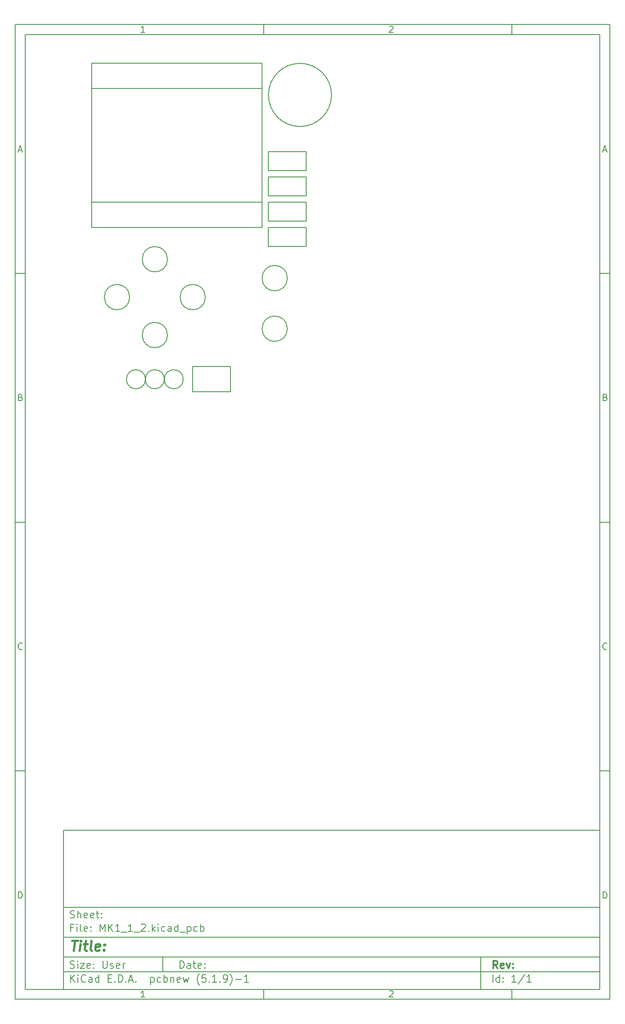
<source format=gbr>
%TF.GenerationSoftware,KiCad,Pcbnew,(5.1.9)-1*%
%TF.CreationDate,2021-07-03T12:37:55-04:00*%
%TF.ProjectId,MK1_1_2,4d4b315f-315f-4322-9e6b-696361645f70,rev?*%
%TF.SameCoordinates,Original*%
%TF.FileFunction,OtherDrawing,Comment*%
%FSLAX45Y45*%
G04 Gerber Fmt 4.5, Leading zero omitted, Abs format (unit mm)*
G04 Created by KiCad (PCBNEW (5.1.9)-1) date 2021-07-03 12:37:55*
%MOMM*%
%LPD*%
G01*
G04 APERTURE LIST*
%ADD10C,0.127000*%
%ADD11C,0.150000*%
%ADD12C,0.300000*%
%ADD13C,0.400000*%
G04 APERTURE END LIST*
D10*
D11*
X1970000Y-17190000D02*
X1970000Y-20390000D01*
X12770000Y-20390000D01*
X12770000Y-17190000D01*
X1970000Y-17190000D01*
D10*
D11*
X1000000Y-1000000D02*
X1000000Y-20590000D01*
X12970000Y-20590000D01*
X12970000Y-1000000D01*
X1000000Y-1000000D01*
D10*
D11*
X1200000Y-1200000D02*
X1200000Y-20390000D01*
X12770000Y-20390000D01*
X12770000Y-1200000D01*
X1200000Y-1200000D01*
D10*
D11*
X6000000Y-1200000D02*
X6000000Y-1000000D01*
D10*
D11*
X11000000Y-1200000D02*
X11000000Y-1000000D01*
D10*
D11*
X3606548Y-1158810D02*
X3532262Y-1158810D01*
X3569405Y-1158810D02*
X3569405Y-1028809D01*
X3557024Y-1047381D01*
X3544643Y-1059762D01*
X3532262Y-1065952D01*
D10*
D11*
X8532262Y-1041190D02*
X8538452Y-1035000D01*
X8550833Y-1028809D01*
X8581786Y-1028809D01*
X8594167Y-1035000D01*
X8600357Y-1041190D01*
X8606548Y-1053571D01*
X8606548Y-1065952D01*
X8600357Y-1084524D01*
X8526071Y-1158810D01*
X8606548Y-1158810D01*
D10*
D11*
X6000000Y-20390000D02*
X6000000Y-20590000D01*
D10*
D11*
X11000000Y-20390000D02*
X11000000Y-20590000D01*
D10*
D11*
X3606548Y-20548810D02*
X3532262Y-20548810D01*
X3569405Y-20548810D02*
X3569405Y-20418810D01*
X3557024Y-20437381D01*
X3544643Y-20449762D01*
X3532262Y-20455952D01*
D10*
D11*
X8532262Y-20431190D02*
X8538452Y-20425000D01*
X8550833Y-20418810D01*
X8581786Y-20418810D01*
X8594167Y-20425000D01*
X8600357Y-20431190D01*
X8606548Y-20443571D01*
X8606548Y-20455952D01*
X8600357Y-20474524D01*
X8526071Y-20548810D01*
X8606548Y-20548810D01*
D10*
D11*
X1000000Y-6000000D02*
X1200000Y-6000000D01*
D10*
D11*
X1000000Y-11000000D02*
X1200000Y-11000000D01*
D10*
D11*
X1000000Y-16000000D02*
X1200000Y-16000000D01*
D10*
D11*
X1069048Y-3521667D02*
X1130952Y-3521667D01*
X1056667Y-3558809D02*
X1100000Y-3428809D01*
X1143333Y-3558809D01*
D10*
D11*
X1109286Y-8490714D02*
X1127857Y-8496905D01*
X1134048Y-8503095D01*
X1140238Y-8515476D01*
X1140238Y-8534048D01*
X1134048Y-8546429D01*
X1127857Y-8552619D01*
X1115476Y-8558810D01*
X1065952Y-8558810D01*
X1065952Y-8428810D01*
X1109286Y-8428810D01*
X1121667Y-8435000D01*
X1127857Y-8441190D01*
X1134048Y-8453571D01*
X1134048Y-8465952D01*
X1127857Y-8478333D01*
X1121667Y-8484524D01*
X1109286Y-8490714D01*
X1065952Y-8490714D01*
D10*
D11*
X1140238Y-13546428D02*
X1134048Y-13552619D01*
X1115476Y-13558809D01*
X1103095Y-13558809D01*
X1084524Y-13552619D01*
X1072143Y-13540238D01*
X1065952Y-13527857D01*
X1059762Y-13503095D01*
X1059762Y-13484524D01*
X1065952Y-13459762D01*
X1072143Y-13447381D01*
X1084524Y-13435000D01*
X1103095Y-13428809D01*
X1115476Y-13428809D01*
X1134048Y-13435000D01*
X1140238Y-13441190D01*
D10*
D11*
X1065952Y-18558810D02*
X1065952Y-18428810D01*
X1096905Y-18428810D01*
X1115476Y-18435000D01*
X1127857Y-18447381D01*
X1134048Y-18459762D01*
X1140238Y-18484524D01*
X1140238Y-18503095D01*
X1134048Y-18527857D01*
X1127857Y-18540238D01*
X1115476Y-18552619D01*
X1096905Y-18558810D01*
X1065952Y-18558810D01*
D10*
D11*
X12970000Y-6000000D02*
X12770000Y-6000000D01*
D10*
D11*
X12970000Y-11000000D02*
X12770000Y-11000000D01*
D10*
D11*
X12970000Y-16000000D02*
X12770000Y-16000000D01*
D10*
D11*
X12839048Y-3521667D02*
X12900952Y-3521667D01*
X12826667Y-3558809D02*
X12870000Y-3428809D01*
X12913333Y-3558809D01*
D10*
D11*
X12879286Y-8490714D02*
X12897857Y-8496905D01*
X12904048Y-8503095D01*
X12910238Y-8515476D01*
X12910238Y-8534048D01*
X12904048Y-8546429D01*
X12897857Y-8552619D01*
X12885476Y-8558810D01*
X12835952Y-8558810D01*
X12835952Y-8428810D01*
X12879286Y-8428810D01*
X12891667Y-8435000D01*
X12897857Y-8441190D01*
X12904048Y-8453571D01*
X12904048Y-8465952D01*
X12897857Y-8478333D01*
X12891667Y-8484524D01*
X12879286Y-8490714D01*
X12835952Y-8490714D01*
D10*
D11*
X12910238Y-13546428D02*
X12904048Y-13552619D01*
X12885476Y-13558809D01*
X12873095Y-13558809D01*
X12854524Y-13552619D01*
X12842143Y-13540238D01*
X12835952Y-13527857D01*
X12829762Y-13503095D01*
X12829762Y-13484524D01*
X12835952Y-13459762D01*
X12842143Y-13447381D01*
X12854524Y-13435000D01*
X12873095Y-13428809D01*
X12885476Y-13428809D01*
X12904048Y-13435000D01*
X12910238Y-13441190D01*
D10*
D11*
X12835952Y-18558810D02*
X12835952Y-18428810D01*
X12866905Y-18428810D01*
X12885476Y-18435000D01*
X12897857Y-18447381D01*
X12904048Y-18459762D01*
X12910238Y-18484524D01*
X12910238Y-18503095D01*
X12904048Y-18527857D01*
X12897857Y-18540238D01*
X12885476Y-18552619D01*
X12866905Y-18558810D01*
X12835952Y-18558810D01*
D10*
D11*
X4313214Y-19967857D02*
X4313214Y-19817857D01*
X4348929Y-19817857D01*
X4370357Y-19825000D01*
X4384643Y-19839286D01*
X4391786Y-19853571D01*
X4398929Y-19882143D01*
X4398929Y-19903571D01*
X4391786Y-19932143D01*
X4384643Y-19946429D01*
X4370357Y-19960714D01*
X4348929Y-19967857D01*
X4313214Y-19967857D01*
X4527500Y-19967857D02*
X4527500Y-19889286D01*
X4520357Y-19875000D01*
X4506071Y-19867857D01*
X4477500Y-19867857D01*
X4463214Y-19875000D01*
X4527500Y-19960714D02*
X4513214Y-19967857D01*
X4477500Y-19967857D01*
X4463214Y-19960714D01*
X4456071Y-19946429D01*
X4456071Y-19932143D01*
X4463214Y-19917857D01*
X4477500Y-19910714D01*
X4513214Y-19910714D01*
X4527500Y-19903571D01*
X4577500Y-19867857D02*
X4634643Y-19867857D01*
X4598929Y-19817857D02*
X4598929Y-19946429D01*
X4606071Y-19960714D01*
X4620357Y-19967857D01*
X4634643Y-19967857D01*
X4741786Y-19960714D02*
X4727500Y-19967857D01*
X4698929Y-19967857D01*
X4684643Y-19960714D01*
X4677500Y-19946429D01*
X4677500Y-19889286D01*
X4684643Y-19875000D01*
X4698929Y-19867857D01*
X4727500Y-19867857D01*
X4741786Y-19875000D01*
X4748929Y-19889286D01*
X4748929Y-19903571D01*
X4677500Y-19917857D01*
X4813214Y-19953571D02*
X4820357Y-19960714D01*
X4813214Y-19967857D01*
X4806071Y-19960714D01*
X4813214Y-19953571D01*
X4813214Y-19967857D01*
X4813214Y-19875000D02*
X4820357Y-19882143D01*
X4813214Y-19889286D01*
X4806071Y-19882143D01*
X4813214Y-19875000D01*
X4813214Y-19889286D01*
D10*
D11*
X1970000Y-20040000D02*
X12770000Y-20040000D01*
D10*
D11*
X2113214Y-20247857D02*
X2113214Y-20097857D01*
X2198929Y-20247857D02*
X2134643Y-20162143D01*
X2198929Y-20097857D02*
X2113214Y-20183571D01*
X2263214Y-20247857D02*
X2263214Y-20147857D01*
X2263214Y-20097857D02*
X2256071Y-20105000D01*
X2263214Y-20112143D01*
X2270357Y-20105000D01*
X2263214Y-20097857D01*
X2263214Y-20112143D01*
X2420357Y-20233571D02*
X2413214Y-20240714D01*
X2391786Y-20247857D01*
X2377500Y-20247857D01*
X2356071Y-20240714D01*
X2341786Y-20226429D01*
X2334643Y-20212143D01*
X2327500Y-20183571D01*
X2327500Y-20162143D01*
X2334643Y-20133571D01*
X2341786Y-20119286D01*
X2356071Y-20105000D01*
X2377500Y-20097857D01*
X2391786Y-20097857D01*
X2413214Y-20105000D01*
X2420357Y-20112143D01*
X2548929Y-20247857D02*
X2548929Y-20169286D01*
X2541786Y-20155000D01*
X2527500Y-20147857D01*
X2498929Y-20147857D01*
X2484643Y-20155000D01*
X2548929Y-20240714D02*
X2534643Y-20247857D01*
X2498929Y-20247857D01*
X2484643Y-20240714D01*
X2477500Y-20226429D01*
X2477500Y-20212143D01*
X2484643Y-20197857D01*
X2498929Y-20190714D01*
X2534643Y-20190714D01*
X2548929Y-20183571D01*
X2684643Y-20247857D02*
X2684643Y-20097857D01*
X2684643Y-20240714D02*
X2670357Y-20247857D01*
X2641786Y-20247857D01*
X2627500Y-20240714D01*
X2620357Y-20233571D01*
X2613214Y-20219286D01*
X2613214Y-20176429D01*
X2620357Y-20162143D01*
X2627500Y-20155000D01*
X2641786Y-20147857D01*
X2670357Y-20147857D01*
X2684643Y-20155000D01*
X2870357Y-20169286D02*
X2920357Y-20169286D01*
X2941786Y-20247857D02*
X2870357Y-20247857D01*
X2870357Y-20097857D01*
X2941786Y-20097857D01*
X3006071Y-20233571D02*
X3013214Y-20240714D01*
X3006071Y-20247857D01*
X2998928Y-20240714D01*
X3006071Y-20233571D01*
X3006071Y-20247857D01*
X3077500Y-20247857D02*
X3077500Y-20097857D01*
X3113214Y-20097857D01*
X3134643Y-20105000D01*
X3148928Y-20119286D01*
X3156071Y-20133571D01*
X3163214Y-20162143D01*
X3163214Y-20183571D01*
X3156071Y-20212143D01*
X3148928Y-20226429D01*
X3134643Y-20240714D01*
X3113214Y-20247857D01*
X3077500Y-20247857D01*
X3227500Y-20233571D02*
X3234643Y-20240714D01*
X3227500Y-20247857D01*
X3220357Y-20240714D01*
X3227500Y-20233571D01*
X3227500Y-20247857D01*
X3291786Y-20205000D02*
X3363214Y-20205000D01*
X3277500Y-20247857D02*
X3327500Y-20097857D01*
X3377500Y-20247857D01*
X3427500Y-20233571D02*
X3434643Y-20240714D01*
X3427500Y-20247857D01*
X3420357Y-20240714D01*
X3427500Y-20233571D01*
X3427500Y-20247857D01*
X3727500Y-20147857D02*
X3727500Y-20297857D01*
X3727500Y-20155000D02*
X3741786Y-20147857D01*
X3770357Y-20147857D01*
X3784643Y-20155000D01*
X3791786Y-20162143D01*
X3798928Y-20176429D01*
X3798928Y-20219286D01*
X3791786Y-20233571D01*
X3784643Y-20240714D01*
X3770357Y-20247857D01*
X3741786Y-20247857D01*
X3727500Y-20240714D01*
X3927500Y-20240714D02*
X3913214Y-20247857D01*
X3884643Y-20247857D01*
X3870357Y-20240714D01*
X3863214Y-20233571D01*
X3856071Y-20219286D01*
X3856071Y-20176429D01*
X3863214Y-20162143D01*
X3870357Y-20155000D01*
X3884643Y-20147857D01*
X3913214Y-20147857D01*
X3927500Y-20155000D01*
X3991786Y-20247857D02*
X3991786Y-20097857D01*
X3991786Y-20155000D02*
X4006071Y-20147857D01*
X4034643Y-20147857D01*
X4048928Y-20155000D01*
X4056071Y-20162143D01*
X4063214Y-20176429D01*
X4063214Y-20219286D01*
X4056071Y-20233571D01*
X4048928Y-20240714D01*
X4034643Y-20247857D01*
X4006071Y-20247857D01*
X3991786Y-20240714D01*
X4127500Y-20147857D02*
X4127500Y-20247857D01*
X4127500Y-20162143D02*
X4134643Y-20155000D01*
X4148928Y-20147857D01*
X4170357Y-20147857D01*
X4184643Y-20155000D01*
X4191786Y-20169286D01*
X4191786Y-20247857D01*
X4320357Y-20240714D02*
X4306071Y-20247857D01*
X4277500Y-20247857D01*
X4263214Y-20240714D01*
X4256071Y-20226429D01*
X4256071Y-20169286D01*
X4263214Y-20155000D01*
X4277500Y-20147857D01*
X4306071Y-20147857D01*
X4320357Y-20155000D01*
X4327500Y-20169286D01*
X4327500Y-20183571D01*
X4256071Y-20197857D01*
X4377500Y-20147857D02*
X4406071Y-20247857D01*
X4434643Y-20176429D01*
X4463214Y-20247857D01*
X4491786Y-20147857D01*
X4706071Y-20305000D02*
X4698929Y-20297857D01*
X4684643Y-20276429D01*
X4677500Y-20262143D01*
X4670357Y-20240714D01*
X4663214Y-20205000D01*
X4663214Y-20176429D01*
X4670357Y-20140714D01*
X4677500Y-20119286D01*
X4684643Y-20105000D01*
X4698929Y-20083571D01*
X4706071Y-20076429D01*
X4834643Y-20097857D02*
X4763214Y-20097857D01*
X4756071Y-20169286D01*
X4763214Y-20162143D01*
X4777500Y-20155000D01*
X4813214Y-20155000D01*
X4827500Y-20162143D01*
X4834643Y-20169286D01*
X4841786Y-20183571D01*
X4841786Y-20219286D01*
X4834643Y-20233571D01*
X4827500Y-20240714D01*
X4813214Y-20247857D01*
X4777500Y-20247857D01*
X4763214Y-20240714D01*
X4756071Y-20233571D01*
X4906071Y-20233571D02*
X4913214Y-20240714D01*
X4906071Y-20247857D01*
X4898929Y-20240714D01*
X4906071Y-20233571D01*
X4906071Y-20247857D01*
X5056071Y-20247857D02*
X4970357Y-20247857D01*
X5013214Y-20247857D02*
X5013214Y-20097857D01*
X4998929Y-20119286D01*
X4984643Y-20133571D01*
X4970357Y-20140714D01*
X5120357Y-20233571D02*
X5127500Y-20240714D01*
X5120357Y-20247857D01*
X5113214Y-20240714D01*
X5120357Y-20233571D01*
X5120357Y-20247857D01*
X5198929Y-20247857D02*
X5227500Y-20247857D01*
X5241786Y-20240714D01*
X5248929Y-20233571D01*
X5263214Y-20212143D01*
X5270357Y-20183571D01*
X5270357Y-20126429D01*
X5263214Y-20112143D01*
X5256071Y-20105000D01*
X5241786Y-20097857D01*
X5213214Y-20097857D01*
X5198929Y-20105000D01*
X5191786Y-20112143D01*
X5184643Y-20126429D01*
X5184643Y-20162143D01*
X5191786Y-20176429D01*
X5198929Y-20183571D01*
X5213214Y-20190714D01*
X5241786Y-20190714D01*
X5256071Y-20183571D01*
X5263214Y-20176429D01*
X5270357Y-20162143D01*
X5320357Y-20305000D02*
X5327500Y-20297857D01*
X5341786Y-20276429D01*
X5348929Y-20262143D01*
X5356071Y-20240714D01*
X5363214Y-20205000D01*
X5363214Y-20176429D01*
X5356071Y-20140714D01*
X5348929Y-20119286D01*
X5341786Y-20105000D01*
X5327500Y-20083571D01*
X5320357Y-20076429D01*
X5434643Y-20190714D02*
X5548929Y-20190714D01*
X5698928Y-20247857D02*
X5613214Y-20247857D01*
X5656071Y-20247857D02*
X5656071Y-20097857D01*
X5641786Y-20119286D01*
X5627500Y-20133571D01*
X5613214Y-20140714D01*
D10*
D11*
X1970000Y-19740000D02*
X12770000Y-19740000D01*
D10*
D12*
X10710929Y-19967857D02*
X10660929Y-19896429D01*
X10625214Y-19967857D02*
X10625214Y-19817857D01*
X10682357Y-19817857D01*
X10696643Y-19825000D01*
X10703786Y-19832143D01*
X10710929Y-19846429D01*
X10710929Y-19867857D01*
X10703786Y-19882143D01*
X10696643Y-19889286D01*
X10682357Y-19896429D01*
X10625214Y-19896429D01*
X10832357Y-19960714D02*
X10818071Y-19967857D01*
X10789500Y-19967857D01*
X10775214Y-19960714D01*
X10768071Y-19946429D01*
X10768071Y-19889286D01*
X10775214Y-19875000D01*
X10789500Y-19867857D01*
X10818071Y-19867857D01*
X10832357Y-19875000D01*
X10839500Y-19889286D01*
X10839500Y-19903571D01*
X10768071Y-19917857D01*
X10889500Y-19867857D02*
X10925214Y-19967857D01*
X10960929Y-19867857D01*
X11018071Y-19953571D02*
X11025214Y-19960714D01*
X11018071Y-19967857D01*
X11010929Y-19960714D01*
X11018071Y-19953571D01*
X11018071Y-19967857D01*
X11018071Y-19875000D02*
X11025214Y-19882143D01*
X11018071Y-19889286D01*
X11010929Y-19882143D01*
X11018071Y-19875000D01*
X11018071Y-19889286D01*
D10*
D11*
X2106071Y-19960714D02*
X2127500Y-19967857D01*
X2163214Y-19967857D01*
X2177500Y-19960714D01*
X2184643Y-19953571D01*
X2191786Y-19939286D01*
X2191786Y-19925000D01*
X2184643Y-19910714D01*
X2177500Y-19903571D01*
X2163214Y-19896429D01*
X2134643Y-19889286D01*
X2120357Y-19882143D01*
X2113214Y-19875000D01*
X2106071Y-19860714D01*
X2106071Y-19846429D01*
X2113214Y-19832143D01*
X2120357Y-19825000D01*
X2134643Y-19817857D01*
X2170357Y-19817857D01*
X2191786Y-19825000D01*
X2256071Y-19967857D02*
X2256071Y-19867857D01*
X2256071Y-19817857D02*
X2248929Y-19825000D01*
X2256071Y-19832143D01*
X2263214Y-19825000D01*
X2256071Y-19817857D01*
X2256071Y-19832143D01*
X2313214Y-19867857D02*
X2391786Y-19867857D01*
X2313214Y-19967857D01*
X2391786Y-19967857D01*
X2506071Y-19960714D02*
X2491786Y-19967857D01*
X2463214Y-19967857D01*
X2448929Y-19960714D01*
X2441786Y-19946429D01*
X2441786Y-19889286D01*
X2448929Y-19875000D01*
X2463214Y-19867857D01*
X2491786Y-19867857D01*
X2506071Y-19875000D01*
X2513214Y-19889286D01*
X2513214Y-19903571D01*
X2441786Y-19917857D01*
X2577500Y-19953571D02*
X2584643Y-19960714D01*
X2577500Y-19967857D01*
X2570357Y-19960714D01*
X2577500Y-19953571D01*
X2577500Y-19967857D01*
X2577500Y-19875000D02*
X2584643Y-19882143D01*
X2577500Y-19889286D01*
X2570357Y-19882143D01*
X2577500Y-19875000D01*
X2577500Y-19889286D01*
X2763214Y-19817857D02*
X2763214Y-19939286D01*
X2770357Y-19953571D01*
X2777500Y-19960714D01*
X2791786Y-19967857D01*
X2820357Y-19967857D01*
X2834643Y-19960714D01*
X2841786Y-19953571D01*
X2848928Y-19939286D01*
X2848928Y-19817857D01*
X2913214Y-19960714D02*
X2927500Y-19967857D01*
X2956071Y-19967857D01*
X2970357Y-19960714D01*
X2977500Y-19946429D01*
X2977500Y-19939286D01*
X2970357Y-19925000D01*
X2956071Y-19917857D01*
X2934643Y-19917857D01*
X2920357Y-19910714D01*
X2913214Y-19896429D01*
X2913214Y-19889286D01*
X2920357Y-19875000D01*
X2934643Y-19867857D01*
X2956071Y-19867857D01*
X2970357Y-19875000D01*
X3098928Y-19960714D02*
X3084643Y-19967857D01*
X3056071Y-19967857D01*
X3041786Y-19960714D01*
X3034643Y-19946429D01*
X3034643Y-19889286D01*
X3041786Y-19875000D01*
X3056071Y-19867857D01*
X3084643Y-19867857D01*
X3098928Y-19875000D01*
X3106071Y-19889286D01*
X3106071Y-19903571D01*
X3034643Y-19917857D01*
X3170357Y-19967857D02*
X3170357Y-19867857D01*
X3170357Y-19896429D02*
X3177500Y-19882143D01*
X3184643Y-19875000D01*
X3198928Y-19867857D01*
X3213214Y-19867857D01*
D10*
D11*
X10613214Y-20247857D02*
X10613214Y-20097857D01*
X10748929Y-20247857D02*
X10748929Y-20097857D01*
X10748929Y-20240714D02*
X10734643Y-20247857D01*
X10706071Y-20247857D01*
X10691786Y-20240714D01*
X10684643Y-20233571D01*
X10677500Y-20219286D01*
X10677500Y-20176429D01*
X10684643Y-20162143D01*
X10691786Y-20155000D01*
X10706071Y-20147857D01*
X10734643Y-20147857D01*
X10748929Y-20155000D01*
X10820357Y-20233571D02*
X10827500Y-20240714D01*
X10820357Y-20247857D01*
X10813214Y-20240714D01*
X10820357Y-20233571D01*
X10820357Y-20247857D01*
X10820357Y-20155000D02*
X10827500Y-20162143D01*
X10820357Y-20169286D01*
X10813214Y-20162143D01*
X10820357Y-20155000D01*
X10820357Y-20169286D01*
X11084643Y-20247857D02*
X10998929Y-20247857D01*
X11041786Y-20247857D02*
X11041786Y-20097857D01*
X11027500Y-20119286D01*
X11013214Y-20133571D01*
X10998929Y-20140714D01*
X11256071Y-20090714D02*
X11127500Y-20283571D01*
X11384643Y-20247857D02*
X11298928Y-20247857D01*
X11341786Y-20247857D02*
X11341786Y-20097857D01*
X11327500Y-20119286D01*
X11313214Y-20133571D01*
X11298928Y-20140714D01*
D10*
D11*
X1970000Y-19340000D02*
X12770000Y-19340000D01*
D10*
D13*
X2141238Y-19410476D02*
X2255524Y-19410476D01*
X2173381Y-19610476D02*
X2198381Y-19410476D01*
X2297190Y-19610476D02*
X2313857Y-19477143D01*
X2322190Y-19410476D02*
X2311476Y-19420000D01*
X2319810Y-19429524D01*
X2330524Y-19420000D01*
X2322190Y-19410476D01*
X2319810Y-19429524D01*
X2380524Y-19477143D02*
X2456714Y-19477143D01*
X2417429Y-19410476D02*
X2396000Y-19581905D01*
X2403143Y-19600952D01*
X2421000Y-19610476D01*
X2440048Y-19610476D01*
X2535286Y-19610476D02*
X2517429Y-19600952D01*
X2510286Y-19581905D01*
X2531714Y-19410476D01*
X2688857Y-19600952D02*
X2668619Y-19610476D01*
X2630524Y-19610476D01*
X2612667Y-19600952D01*
X2605524Y-19581905D01*
X2615048Y-19505714D01*
X2626952Y-19486667D01*
X2647190Y-19477143D01*
X2685286Y-19477143D01*
X2703143Y-19486667D01*
X2710286Y-19505714D01*
X2707905Y-19524762D01*
X2610286Y-19543810D01*
X2785286Y-19591429D02*
X2793619Y-19600952D01*
X2782905Y-19610476D01*
X2774571Y-19600952D01*
X2785286Y-19591429D01*
X2782905Y-19610476D01*
X2798381Y-19486667D02*
X2806714Y-19496190D01*
X2796000Y-19505714D01*
X2787667Y-19496190D01*
X2798381Y-19486667D01*
X2796000Y-19505714D01*
D10*
D11*
X2163214Y-19149286D02*
X2113214Y-19149286D01*
X2113214Y-19227857D02*
X2113214Y-19077857D01*
X2184643Y-19077857D01*
X2241786Y-19227857D02*
X2241786Y-19127857D01*
X2241786Y-19077857D02*
X2234643Y-19085000D01*
X2241786Y-19092143D01*
X2248929Y-19085000D01*
X2241786Y-19077857D01*
X2241786Y-19092143D01*
X2334643Y-19227857D02*
X2320357Y-19220714D01*
X2313214Y-19206429D01*
X2313214Y-19077857D01*
X2448929Y-19220714D02*
X2434643Y-19227857D01*
X2406071Y-19227857D01*
X2391786Y-19220714D01*
X2384643Y-19206429D01*
X2384643Y-19149286D01*
X2391786Y-19135000D01*
X2406071Y-19127857D01*
X2434643Y-19127857D01*
X2448929Y-19135000D01*
X2456071Y-19149286D01*
X2456071Y-19163571D01*
X2384643Y-19177857D01*
X2520357Y-19213571D02*
X2527500Y-19220714D01*
X2520357Y-19227857D01*
X2513214Y-19220714D01*
X2520357Y-19213571D01*
X2520357Y-19227857D01*
X2520357Y-19135000D02*
X2527500Y-19142143D01*
X2520357Y-19149286D01*
X2513214Y-19142143D01*
X2520357Y-19135000D01*
X2520357Y-19149286D01*
X2706071Y-19227857D02*
X2706071Y-19077857D01*
X2756071Y-19185000D01*
X2806071Y-19077857D01*
X2806071Y-19227857D01*
X2877500Y-19227857D02*
X2877500Y-19077857D01*
X2963214Y-19227857D02*
X2898928Y-19142143D01*
X2963214Y-19077857D02*
X2877500Y-19163571D01*
X3106071Y-19227857D02*
X3020357Y-19227857D01*
X3063214Y-19227857D02*
X3063214Y-19077857D01*
X3048928Y-19099286D01*
X3034643Y-19113571D01*
X3020357Y-19120714D01*
X3134643Y-19242143D02*
X3248928Y-19242143D01*
X3363214Y-19227857D02*
X3277500Y-19227857D01*
X3320357Y-19227857D02*
X3320357Y-19077857D01*
X3306071Y-19099286D01*
X3291786Y-19113571D01*
X3277500Y-19120714D01*
X3391786Y-19242143D02*
X3506071Y-19242143D01*
X3534643Y-19092143D02*
X3541786Y-19085000D01*
X3556071Y-19077857D01*
X3591786Y-19077857D01*
X3606071Y-19085000D01*
X3613214Y-19092143D01*
X3620357Y-19106429D01*
X3620357Y-19120714D01*
X3613214Y-19142143D01*
X3527500Y-19227857D01*
X3620357Y-19227857D01*
X3684643Y-19213571D02*
X3691786Y-19220714D01*
X3684643Y-19227857D01*
X3677500Y-19220714D01*
X3684643Y-19213571D01*
X3684643Y-19227857D01*
X3756071Y-19227857D02*
X3756071Y-19077857D01*
X3770357Y-19170714D02*
X3813214Y-19227857D01*
X3813214Y-19127857D02*
X3756071Y-19185000D01*
X3877500Y-19227857D02*
X3877500Y-19127857D01*
X3877500Y-19077857D02*
X3870357Y-19085000D01*
X3877500Y-19092143D01*
X3884643Y-19085000D01*
X3877500Y-19077857D01*
X3877500Y-19092143D01*
X4013214Y-19220714D02*
X3998928Y-19227857D01*
X3970357Y-19227857D01*
X3956071Y-19220714D01*
X3948928Y-19213571D01*
X3941786Y-19199286D01*
X3941786Y-19156429D01*
X3948928Y-19142143D01*
X3956071Y-19135000D01*
X3970357Y-19127857D01*
X3998928Y-19127857D01*
X4013214Y-19135000D01*
X4141786Y-19227857D02*
X4141786Y-19149286D01*
X4134643Y-19135000D01*
X4120357Y-19127857D01*
X4091786Y-19127857D01*
X4077500Y-19135000D01*
X4141786Y-19220714D02*
X4127500Y-19227857D01*
X4091786Y-19227857D01*
X4077500Y-19220714D01*
X4070357Y-19206429D01*
X4070357Y-19192143D01*
X4077500Y-19177857D01*
X4091786Y-19170714D01*
X4127500Y-19170714D01*
X4141786Y-19163571D01*
X4277500Y-19227857D02*
X4277500Y-19077857D01*
X4277500Y-19220714D02*
X4263214Y-19227857D01*
X4234643Y-19227857D01*
X4220357Y-19220714D01*
X4213214Y-19213571D01*
X4206071Y-19199286D01*
X4206071Y-19156429D01*
X4213214Y-19142143D01*
X4220357Y-19135000D01*
X4234643Y-19127857D01*
X4263214Y-19127857D01*
X4277500Y-19135000D01*
X4313214Y-19242143D02*
X4427500Y-19242143D01*
X4463214Y-19127857D02*
X4463214Y-19277857D01*
X4463214Y-19135000D02*
X4477500Y-19127857D01*
X4506071Y-19127857D01*
X4520357Y-19135000D01*
X4527500Y-19142143D01*
X4534643Y-19156429D01*
X4534643Y-19199286D01*
X4527500Y-19213571D01*
X4520357Y-19220714D01*
X4506071Y-19227857D01*
X4477500Y-19227857D01*
X4463214Y-19220714D01*
X4663214Y-19220714D02*
X4648929Y-19227857D01*
X4620357Y-19227857D01*
X4606071Y-19220714D01*
X4598929Y-19213571D01*
X4591786Y-19199286D01*
X4591786Y-19156429D01*
X4598929Y-19142143D01*
X4606071Y-19135000D01*
X4620357Y-19127857D01*
X4648929Y-19127857D01*
X4663214Y-19135000D01*
X4727500Y-19227857D02*
X4727500Y-19077857D01*
X4727500Y-19135000D02*
X4741786Y-19127857D01*
X4770357Y-19127857D01*
X4784643Y-19135000D01*
X4791786Y-19142143D01*
X4798929Y-19156429D01*
X4798929Y-19199286D01*
X4791786Y-19213571D01*
X4784643Y-19220714D01*
X4770357Y-19227857D01*
X4741786Y-19227857D01*
X4727500Y-19220714D01*
D10*
D11*
X1970000Y-18740000D02*
X12770000Y-18740000D01*
D10*
D11*
X2106071Y-18950714D02*
X2127500Y-18957857D01*
X2163214Y-18957857D01*
X2177500Y-18950714D01*
X2184643Y-18943571D01*
X2191786Y-18929286D01*
X2191786Y-18915000D01*
X2184643Y-18900714D01*
X2177500Y-18893571D01*
X2163214Y-18886429D01*
X2134643Y-18879286D01*
X2120357Y-18872143D01*
X2113214Y-18865000D01*
X2106071Y-18850714D01*
X2106071Y-18836429D01*
X2113214Y-18822143D01*
X2120357Y-18815000D01*
X2134643Y-18807857D01*
X2170357Y-18807857D01*
X2191786Y-18815000D01*
X2256071Y-18957857D02*
X2256071Y-18807857D01*
X2320357Y-18957857D02*
X2320357Y-18879286D01*
X2313214Y-18865000D01*
X2298929Y-18857857D01*
X2277500Y-18857857D01*
X2263214Y-18865000D01*
X2256071Y-18872143D01*
X2448929Y-18950714D02*
X2434643Y-18957857D01*
X2406071Y-18957857D01*
X2391786Y-18950714D01*
X2384643Y-18936429D01*
X2384643Y-18879286D01*
X2391786Y-18865000D01*
X2406071Y-18857857D01*
X2434643Y-18857857D01*
X2448929Y-18865000D01*
X2456071Y-18879286D01*
X2456071Y-18893571D01*
X2384643Y-18907857D01*
X2577500Y-18950714D02*
X2563214Y-18957857D01*
X2534643Y-18957857D01*
X2520357Y-18950714D01*
X2513214Y-18936429D01*
X2513214Y-18879286D01*
X2520357Y-18865000D01*
X2534643Y-18857857D01*
X2563214Y-18857857D01*
X2577500Y-18865000D01*
X2584643Y-18879286D01*
X2584643Y-18893571D01*
X2513214Y-18907857D01*
X2627500Y-18857857D02*
X2684643Y-18857857D01*
X2648929Y-18807857D02*
X2648929Y-18936429D01*
X2656071Y-18950714D01*
X2670357Y-18957857D01*
X2684643Y-18957857D01*
X2734643Y-18943571D02*
X2741786Y-18950714D01*
X2734643Y-18957857D01*
X2727500Y-18950714D01*
X2734643Y-18943571D01*
X2734643Y-18957857D01*
X2734643Y-18865000D02*
X2741786Y-18872143D01*
X2734643Y-18879286D01*
X2727500Y-18872143D01*
X2734643Y-18865000D01*
X2734643Y-18879286D01*
D10*
D11*
X3970000Y-19740000D02*
X3970000Y-20040000D01*
D10*
D11*
X10370000Y-19740000D02*
X10370000Y-20390000D01*
X6858000Y-4953000D02*
X6858000Y-4572000D01*
X6096000Y-4953000D02*
X6858000Y-4953000D01*
X6858000Y-4572000D02*
X6096000Y-4572000D01*
X6096000Y-4572000D02*
X6096000Y-4953000D01*
X6858000Y-4064000D02*
X6096000Y-4064000D01*
X6096000Y-4445000D02*
X6858000Y-4445000D01*
X6096000Y-4064000D02*
X6096000Y-4445000D01*
X6858000Y-4445000D02*
X6858000Y-4064000D01*
X6858000Y-3556000D02*
X6096000Y-3556000D01*
X6096000Y-3556000D02*
X6096000Y-3937000D01*
X6096000Y-3937000D02*
X6858000Y-3937000D01*
X6858000Y-3937000D02*
X6858000Y-3556000D01*
X3302000Y-6477000D02*
G75*
G03*
X3302000Y-6477000I-254000J0D01*
G01*
X6477000Y-7112000D02*
G75*
G03*
X6477000Y-7112000I-254000J0D01*
G01*
X2540000Y-4572000D02*
X5969000Y-4572000D01*
X5969000Y-2286000D02*
X2540000Y-2286000D01*
X6858000Y-5080000D02*
X6096000Y-5080000D01*
X6858000Y-5461000D02*
X6858000Y-5080000D01*
X6096000Y-5461000D02*
X6858000Y-5461000D01*
X6096000Y-5080000D02*
X6096000Y-5461000D01*
X7366000Y-2413000D02*
G75*
G03*
X7366000Y-2413000I-635000J0D01*
G01*
X4826000Y-6477000D02*
G75*
G03*
X4826000Y-6477000I-254000J0D01*
G01*
X4064000Y-7239000D02*
G75*
G03*
X4064000Y-7239000I-254000J0D01*
G01*
X4064000Y-5715000D02*
G75*
G03*
X4064000Y-5715000I-254000J0D01*
G01*
X6477000Y-6096000D02*
G75*
G03*
X6477000Y-6096000I-254000J0D01*
G01*
X5969000Y-1778000D02*
X2540000Y-1778000D01*
X5969000Y-5080000D02*
X5969000Y-1778000D01*
X2540000Y-5080000D02*
X5969000Y-5080000D01*
X2540000Y-1778000D02*
X2540000Y-5080000D01*
X5334000Y-7874000D02*
X4572000Y-7874000D01*
X5334000Y-8382000D02*
X5334000Y-7874000D01*
X4572000Y-8382000D02*
X5334000Y-8382000D01*
X4572000Y-7874000D02*
X4572000Y-8382000D01*
X4381500Y-8128000D02*
G75*
G03*
X4381500Y-8128000I-190500J0D01*
G01*
X4000500Y-8128000D02*
G75*
G03*
X4000500Y-8128000I-190500J0D01*
G01*
X3619500Y-8128000D02*
G75*
G03*
X3619500Y-8128000I-190500J0D01*
G01*
M02*

</source>
